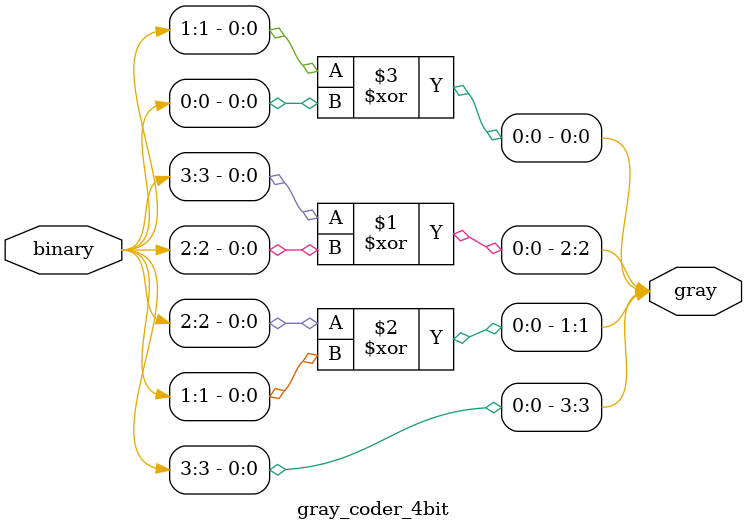
<source format=v>
`timescale 1ns / 1ps
module gray_coder_4bit(
    input  [3:0] binary, //4bit×ÔÈ»¶þ½øÖÆ
    output [3:0] gray    //4bit¸ñÀ×Âë
    );
    //¸ñÀ×±àÂë
    assign gray[3] = binary[3];    
    assign gray[2] = binary[3] ^ binary[2];  
    assign gray[1] = binary[2] ^ binary[1];  
    assign gray[0] = binary[1] ^ binary[0];  
    
endmodule

</source>
